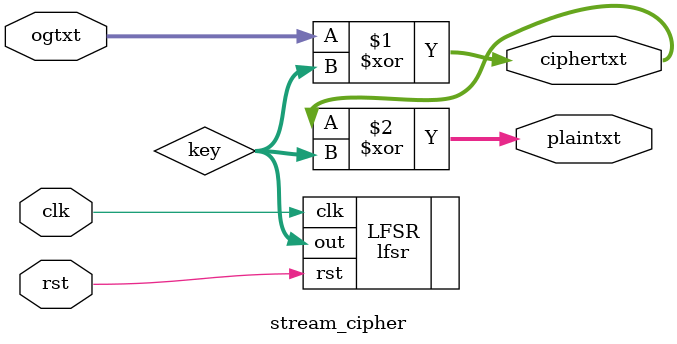
<source format=v>

module stream_cipher(input clk, rst,
	 input [4:0]ogtxt,
	 output wire [4:0]ciphertxt,
	 output wire [4:0]plaintxt);

	wire [4:0]key;

	lfsr LFSR(.clk(clk), .rst(rst), .out(key));
	
	// Encrypt original text
	assign ciphertxt = ogtxt ^ key;
	
	// Decrypt the cipher text to get original plaintext
	assign plaintxt = ciphertxt ^ key;

endmodule

</source>
